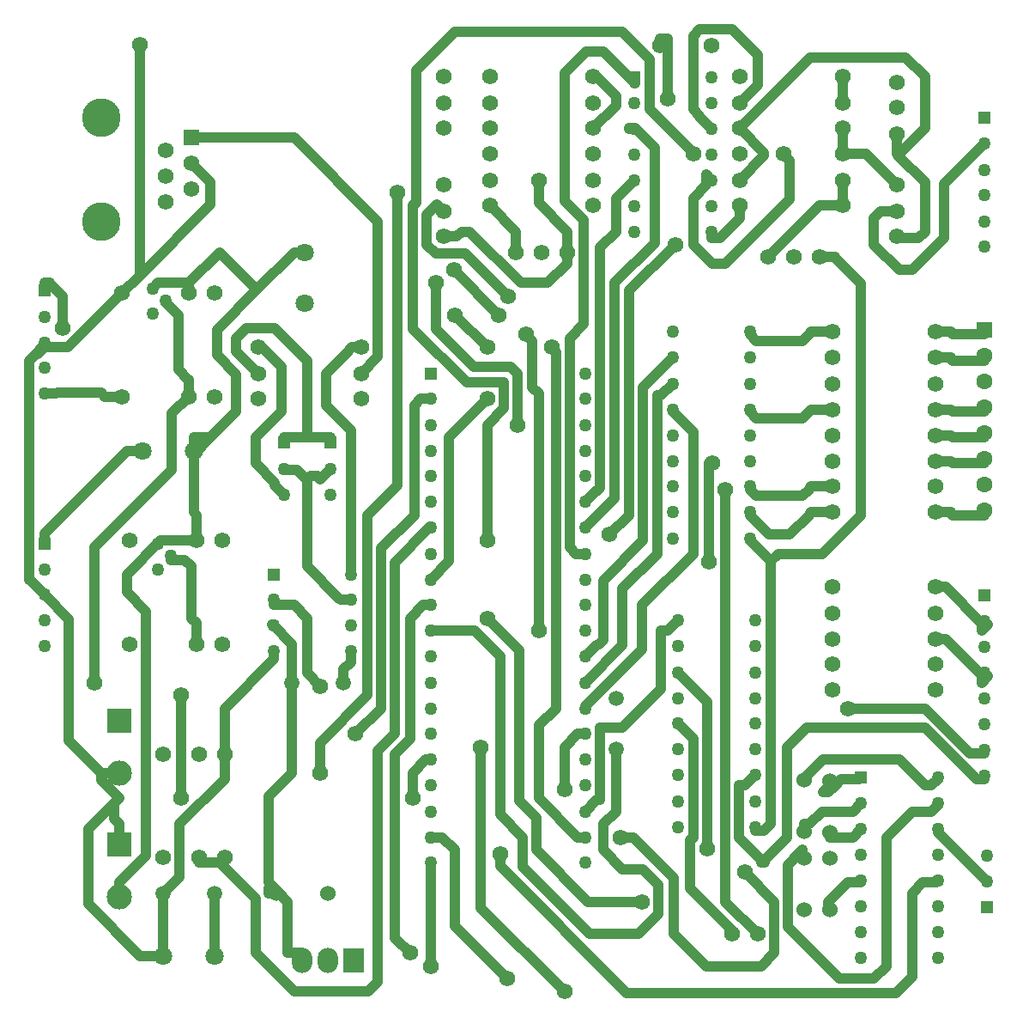
<source format=gbl>
%FSLAX23Y23*%
%MOIN*%
G70*
G01*
G75*
%ADD10C,0.040*%
%ADD11C,0.050*%
%ADD12C,0.060*%
%ADD13C,0.059*%
%ADD14R,0.050X0.050*%
%ADD15C,0.071*%
%ADD16C,0.150*%
%ADD17C,0.062*%
%ADD18R,0.062X0.062*%
%ADD19O,0.079X0.098*%
%ADD20R,0.079X0.098*%
%ADD21R,0.063X0.063*%
%ADD22C,0.063*%
%ADD23C,0.098*%
%ADD24R,0.098X0.098*%
D10*
X9085Y5787D02*
Y6028D01*
X9151Y6094D01*
Y6298D01*
X9325Y6471D01*
Y6747D02*
X9515Y6938D01*
Y6968D01*
X9785Y6847D02*
Y6898D01*
X9815Y6927D01*
Y6968D01*
X10725Y7448D02*
Y7448D01*
X10841Y7563D01*
Y8398D01*
X10995Y8552D01*
Y8922D01*
X10920Y8998D02*
X10995Y8922D01*
X10895Y8998D02*
X10920D01*
X10895Y8997D02*
Y8998D01*
Y8997D02*
X10915D01*
X9305Y6148D02*
X9325Y6168D01*
X9225Y6148D02*
X9305D01*
X9225D02*
Y6168D01*
X11725Y9097D02*
Y9198D01*
Y8898D02*
Y8998D01*
X11815Y8898D02*
X11935Y8778D01*
X11795Y8898D02*
X11815D01*
X11795Y8898D02*
Y8898D01*
X11725Y8898D02*
X11795D01*
X11435Y8498D02*
X11635Y8698D01*
X11645D01*
Y8698D02*
Y8698D01*
Y8698D02*
X11725D01*
Y8797D01*
X10355Y8698D02*
X10455Y8597D01*
Y8517D02*
Y8597D01*
X9285Y5787D02*
Y6028D01*
X9075Y7398D02*
X9215D01*
X8625Y7387D02*
Y7426D01*
X8945Y7747D01*
Y7747D01*
X9005D01*
X10125Y7048D02*
X10170D01*
Y7048D02*
X10295D01*
X10395Y6948D01*
Y6335D02*
Y6948D01*
Y6335D02*
X10483Y6247D01*
Y6133D02*
Y6247D01*
Y6133D02*
X10743Y5872D01*
X10934D01*
X11009Y5948D01*
Y6062D01*
X10948Y6122D02*
X11009Y6062D01*
X10870Y6122D02*
X10948D01*
X10795Y6198D02*
X10870Y6122D01*
X10795Y6198D02*
Y6298D01*
X10845Y6347D01*
Y6588D01*
X9510Y7073D02*
X9515D01*
X11935Y8898D02*
Y8977D01*
X12045Y8597D02*
Y8788D01*
X12020Y8573D02*
X12045Y8597D01*
X11935Y8573D02*
X12020D01*
X11935D02*
Y8578D01*
X8860Y7957D02*
X8925D01*
X8845Y7972D02*
X8860Y7957D01*
X8845Y7972D02*
Y7972D01*
X8675D02*
X8845D01*
X8670Y7968D02*
X8675Y7972D01*
X8625Y7968D02*
X8670D01*
X9855Y8047D02*
Y8047D01*
X9920Y8113D01*
Y8637D01*
X9595Y8962D02*
X9920Y8637D01*
X9195Y8962D02*
X9595D01*
X9735Y7778D02*
Y7798D01*
X9555Y7778D02*
Y7798D01*
X10150Y8703D02*
X10175Y8677D01*
X10110Y8663D02*
X10150Y8703D01*
X10110Y8547D02*
Y8663D01*
Y8547D02*
X10145Y8512D01*
X10260D01*
X10425Y8347D01*
X9305Y6148D02*
X9445Y6008D01*
Y5798D02*
Y6008D01*
Y5798D02*
X9595Y5648D01*
X9883D01*
X9920Y5685D01*
Y6582D01*
X9986Y6648D01*
Y7313D01*
X10120Y7448D01*
X10125D01*
Y7448D02*
Y7448D01*
X11604Y7608D02*
X11685D01*
X11595Y7598D02*
X11604Y7608D01*
X11595Y7597D02*
Y7598D01*
X11570Y7573D02*
X11595Y7597D01*
X11390Y7573D02*
X11570D01*
X11365Y7597D02*
X11390Y7573D01*
X11365Y7597D02*
Y7608D01*
X11604Y7907D02*
X11685D01*
X11595Y7898D02*
X11604Y7907D01*
X11595Y7898D02*
Y7898D01*
X11570Y7872D02*
X11595Y7898D01*
X11390Y7872D02*
X11570D01*
X11365Y7898D02*
X11390Y7872D01*
X11365Y7898D02*
Y7907D01*
X11604Y8208D02*
X11685D01*
X11595Y8198D02*
X11604Y8208D01*
X11595Y8198D02*
Y8198D01*
X11570Y8172D02*
X11595Y8198D01*
X11390Y8172D02*
X11570D01*
X11365Y8198D02*
X11390Y8172D01*
X11365Y8198D02*
Y8208D01*
X11795Y6378D02*
X11795Y6378D01*
X11765Y6347D02*
X11795Y6378D01*
X11645Y6347D02*
X11765D01*
X11595Y6298D02*
X11645Y6347D01*
X11575Y6298D02*
X11595D01*
X11575Y6268D02*
Y6298D01*
X12095Y6267D02*
X12285Y6077D01*
X12095Y6267D02*
Y6273D01*
X12095D01*
Y6278D01*
X11085Y6688D02*
X11145Y6628D01*
Y6247D02*
Y6628D01*
X11133Y6235D02*
X11145Y6247D01*
X11133Y6048D02*
Y6235D01*
Y6048D02*
X11295Y5885D01*
Y5874D02*
Y5885D01*
X9986Y5857D02*
X10045Y5798D01*
X9986Y5857D02*
Y6569D01*
X10045Y6628D01*
Y7097D01*
X10095Y7148D01*
X10125D01*
Y7148D02*
Y7148D01*
X12275Y6573D02*
Y6587D01*
X12220Y6573D02*
X12275D01*
X12045Y6747D02*
X12220Y6573D01*
X11745Y6747D02*
X12045D01*
X11345Y6448D02*
X11385Y6488D01*
X11345Y6448D02*
Y6448D01*
X11324D02*
X11345D01*
X11324Y6247D02*
Y6448D01*
X11411Y6148D02*
X11424D01*
X11511Y6247D02*
Y6597D01*
X11586Y6673D01*
X12045D01*
X12245Y6472D01*
X12275D01*
Y6487D01*
X11575Y6468D02*
X11575Y6468D01*
X11570Y6468D02*
X11575D01*
X11570D02*
Y6469D01*
X11649Y6548D01*
X11945D01*
X12045Y6448D01*
X12070D01*
X12095Y6472D01*
Y6478D01*
X10175Y8578D02*
X10225D01*
X10245Y8597D01*
Y8597D01*
X10276D01*
X10476Y8398D01*
X10580D01*
X10655Y8472D01*
X10545Y8708D02*
Y8797D01*
Y8708D02*
X10655Y8597D01*
X10755Y9198D02*
Y9198D01*
X10770D01*
X10845Y9123D01*
Y9087D02*
Y9123D01*
X10755Y8998D02*
X10845Y9087D01*
X10755Y8998D02*
Y8998D01*
X11325D02*
X11420Y8903D01*
Y8892D02*
Y8903D01*
X11325Y8797D02*
X11420Y8892D01*
X11325Y8998D02*
X11600Y9273D01*
X11970D01*
X12045Y9198D01*
Y8998D02*
Y9198D01*
X9455Y8148D02*
Y8148D01*
X9470D01*
X9545Y8073D01*
Y7898D02*
Y8073D01*
X9445Y7798D02*
X9545Y7898D01*
X9445Y7698D02*
Y7798D01*
Y7698D02*
X9520Y7622D01*
Y7613D02*
Y7622D01*
Y7613D02*
X9555Y7577D01*
X9515Y7148D02*
Y7168D01*
Y7148D02*
X9595D01*
X9645Y7097D01*
Y6885D02*
Y7097D01*
Y6885D02*
X9695Y6834D01*
X11215Y8797D02*
X11215Y8797D01*
X11195Y8818D02*
X11215Y8797D01*
X11195Y8778D02*
Y8818D01*
X11145Y8727D02*
X11195Y8778D01*
X11145Y8547D02*
Y8727D01*
Y8547D02*
X11220Y8472D01*
X11270D01*
X11520Y8722D01*
Y8873D01*
X11495Y8898D02*
X11520Y8873D01*
X11325Y9097D02*
Y9097D01*
X11395Y9167D01*
Y9281D01*
X11295Y9382D02*
X11395Y9281D01*
X11170Y9382D02*
X11295D01*
X11145Y9356D02*
X11170Y9382D01*
X11145Y9073D02*
Y9356D01*
Y9073D02*
X11170Y9047D01*
Y9043D02*
Y9047D01*
Y9043D02*
X11215Y8997D01*
X9045Y8377D02*
X9065Y8398D01*
X9185D01*
Y8358D02*
Y8398D01*
X9205Y7747D02*
Y7798D01*
X9370Y7898D02*
Y8042D01*
X9295Y8118D02*
X9370Y8042D01*
X9295Y8118D02*
Y8217D01*
X9595Y8517D02*
X9635D01*
X11795Y6478D02*
X11795Y6478D01*
X11790Y6472D02*
X11795Y6478D01*
X11720Y6472D02*
X11790D01*
X11650Y6423D02*
X11670D01*
X11650D02*
X11675Y6448D01*
Y6467D01*
X11795Y6278D02*
X11795Y6278D01*
X11765Y6247D02*
X11795Y6278D01*
X11675Y6247D02*
X11765D01*
X11675D02*
Y6267D01*
X8625Y8368D02*
Y8398D01*
X8695Y8222D02*
Y8347D01*
X12275Y7087D02*
X12290Y7073D01*
X12265Y7048D02*
X12290Y7073D01*
X12265Y7048D02*
Y7068D01*
X12270Y7073D01*
X12270D01*
X12125Y7218D02*
X12270Y7073D01*
X12085Y7218D02*
X12125D01*
X12275Y6887D02*
X12290Y6872D01*
X12265Y6847D02*
X12290Y6872D01*
X12265Y6847D02*
Y6867D01*
X12270Y6872D01*
X12270D01*
X12125Y7017D02*
X12270Y6872D01*
X12085Y7017D02*
X12125D01*
X10216Y8448D02*
X10389Y8274D01*
X11874Y8677D02*
X11935D01*
X11845Y8649D02*
X11874Y8677D01*
X11845Y8547D02*
Y8649D01*
Y8547D02*
X11945Y8448D01*
X11995D01*
X12120Y8573D01*
Y8783D01*
X12275Y8938D01*
X12275Y8217D02*
X12275Y8217D01*
Y8198D02*
Y8217D01*
X12154Y8198D02*
X12275D01*
X12145Y8207D02*
X12154Y8198D01*
X12145Y8207D02*
Y8208D01*
X12085D02*
X12145D01*
X12275Y8117D02*
X12275Y8117D01*
Y8097D02*
Y8117D01*
X12154Y8097D02*
X12275D01*
X12145Y8106D02*
X12154Y8097D01*
X12145Y8106D02*
Y8108D01*
X12085D02*
X12145D01*
X12275Y7917D02*
X12275Y7917D01*
Y7898D02*
Y7917D01*
X12154Y7898D02*
X12275D01*
X12145Y7906D02*
X12154Y7898D01*
X12145Y7906D02*
Y7907D01*
X12085D02*
X12145D01*
X12275Y7817D02*
X12275Y7817D01*
Y7798D02*
Y7817D01*
X12154Y7798D02*
X12275D01*
X12145Y7806D02*
X12154Y7798D01*
X12145Y7806D02*
Y7807D01*
X12085D02*
X12145D01*
X12275Y7717D02*
X12275Y7717D01*
Y7698D02*
Y7717D01*
X12154Y7698D02*
X12275D01*
X12145Y7707D02*
X12154Y7698D01*
X12145Y7707D02*
Y7707D01*
X12085D02*
X12145D01*
X12275Y7517D02*
X12275Y7517D01*
Y7497D02*
Y7517D01*
X12154Y7497D02*
X12275D01*
X12145Y7506D02*
X12154Y7497D01*
X12145Y7506D02*
Y7508D01*
X12085D02*
X12145D01*
X11604Y7508D02*
X11685D01*
X11595Y7498D02*
X11604Y7508D01*
X11595Y7497D02*
Y7498D01*
X11520Y7423D02*
X11595Y7497D01*
X11440Y7423D02*
X11520D01*
X11365Y7497D02*
X11440Y7423D01*
X11365Y7497D02*
Y7508D01*
X11675Y5967D02*
X11675Y5967D01*
X11670D02*
X11675D01*
X11670D02*
Y5997D01*
X11745Y6073D01*
X11795D01*
Y6078D01*
X10915Y9197D02*
X10915Y9197D01*
Y9172D02*
X10920D01*
X10730Y9297D02*
X10795D01*
X10645Y9212D02*
X10730Y9297D01*
X10645Y8715D02*
Y9212D01*
Y8715D02*
X10720Y8641D01*
Y8238D02*
Y8641D01*
X10666Y8184D02*
X10720Y8238D01*
X10666Y7372D02*
Y8184D01*
Y7372D02*
X10691Y7347D01*
X10725D01*
Y7347D02*
Y7347D01*
X10915Y8797D02*
X10915Y8797D01*
X10915Y8797D02*
Y8797D01*
X10915D02*
X10915D01*
X10845Y8727D02*
X10915Y8797D01*
X10845Y8597D02*
Y8727D01*
X10784Y8536D02*
X10845Y8597D01*
X10784Y7602D02*
Y8536D01*
X10770Y7589D02*
X10784Y7602D01*
X10770Y7589D02*
Y7593D01*
X10725Y7548D02*
X10770Y7593D01*
X10820Y7423D02*
X10895Y7497D01*
Y8368D01*
X11075Y8547D01*
X10345Y7398D02*
Y7847D01*
X10409Y7911D01*
Y8012D01*
X10266D02*
X10409D01*
X10057Y8220D02*
X10266Y8012D01*
X10057Y8220D02*
Y8698D01*
X10070Y8710D01*
Y9222D01*
X10220Y9373D01*
X10869D01*
X10975Y9267D01*
Y9073D02*
Y9267D01*
Y9073D02*
X11145Y8903D01*
Y8898D02*
Y8903D01*
X10145Y8219D02*
Y8398D01*
Y8219D02*
X10292Y8073D01*
X10437D01*
X10462Y8047D01*
Y7847D02*
Y8047D01*
X10220Y8273D02*
X10345Y8148D01*
X10220Y5902D02*
X10424Y5698D01*
X10220Y5902D02*
Y6198D01*
X10170Y6247D02*
X10220Y6198D01*
X10125Y6247D02*
X10170D01*
X10125Y6247D02*
Y6247D01*
X11271Y5997D02*
Y7597D01*
Y5997D02*
X11395Y5873D01*
X10125Y5747D02*
Y6148D01*
X10862Y6247D02*
X10912D01*
X11070Y6089D01*
Y5872D02*
Y6089D01*
Y5872D02*
X11195Y5747D01*
X11409D01*
X11459Y5798D01*
Y5997D01*
X11345Y6111D02*
X11459Y5997D01*
X11207Y7317D02*
Y7698D01*
X11220D01*
X10595Y8148D02*
X10612Y8130D01*
Y6747D02*
Y8130D01*
X10545Y6681D02*
X10612Y6747D01*
X10545Y6398D02*
Y6681D01*
Y6398D02*
X10695Y6247D01*
X10725D01*
Y6247D02*
Y6247D01*
X11065Y7898D02*
Y7907D01*
Y7898D02*
X11145Y7818D01*
Y7347D02*
Y7818D01*
X10945Y7148D02*
X11145Y7347D01*
X10945Y6977D02*
Y7148D01*
X10725Y6756D02*
X10945Y6977D01*
X10725Y6747D02*
Y6756D01*
X10951Y7994D02*
X11065Y8108D01*
X10951Y7398D02*
Y7994D01*
X10795Y7241D02*
X10951Y7398D01*
X10795Y7014D02*
Y7241D01*
X10779Y6997D02*
X10795Y7014D01*
X10779Y6997D02*
Y6997D01*
X10774Y6992D02*
X10779Y6997D01*
X10770Y6992D02*
X10774D01*
X10725Y6948D02*
X10770Y6992D01*
X10725Y6347D02*
X10770Y6392D01*
X10783D01*
Y6562D01*
X10782Y6562D02*
X10783Y6562D01*
X10782Y6562D02*
Y6597D01*
X10783Y6598D01*
Y6673D01*
X10870D01*
X11020Y6823D01*
Y7048D01*
X11045D01*
X11085Y7088D01*
X12095Y6078D02*
X12095Y6078D01*
X12090Y6073D02*
X12095Y6078D01*
X12037Y6073D02*
X12090D01*
X11995Y6030D02*
X12037Y6073D01*
X11995Y5706D02*
Y6030D01*
X11934Y5644D02*
X11995Y5706D01*
X10887Y5644D02*
X11934D01*
X10395Y6136D02*
X10887Y5644D01*
X10395Y6136D02*
Y6183D01*
X10645Y6433D02*
Y6597D01*
X10695Y6648D01*
X10725D01*
Y6648D02*
Y6648D01*
X10125Y7948D02*
Y7948D01*
X10087D02*
X10125D01*
X10062Y7923D02*
X10087Y7948D01*
X10062Y7497D02*
Y7923D01*
X9933Y7369D02*
X10062Y7497D01*
X9933Y6747D02*
Y7369D01*
X9833Y6648D02*
X9933Y6747D01*
X11015Y9347D02*
X11045D01*
X11015Y9318D02*
Y9347D01*
X11575Y6167D02*
X11575Y6167D01*
X11570D02*
X11575D01*
X11570D02*
Y6198D01*
X11512Y5898D02*
Y6140D01*
Y5898D02*
X11712Y5698D01*
X11845D01*
X11895Y5747D01*
Y6247D01*
X11995Y6347D01*
X12070D01*
X12095Y6372D01*
Y6378D01*
X8720Y6622D02*
Y7093D01*
Y6622D02*
X8845Y6497D01*
X8915D01*
X9215Y6997D02*
Y7078D01*
X9196Y7097D02*
X9215Y7078D01*
X9195Y7097D02*
X9196D01*
X9195D02*
Y7298D01*
X9170Y7323D02*
X9195Y7298D01*
X9115Y7323D02*
X9170D01*
X9115D02*
Y7338D01*
X10320Y5972D02*
Y6597D01*
Y5972D02*
X10645Y5648D01*
X11085Y6887D02*
X11201Y6772D01*
Y6203D02*
Y6772D01*
X10736Y5997D02*
X10945D01*
X10536Y6198D02*
X10736Y5997D01*
X10536Y6198D02*
Y6324D01*
X10470Y6390D02*
X10536Y6324D01*
X10470Y6390D02*
Y6972D01*
X10345Y7097D02*
X10470Y6972D01*
X10195Y7798D02*
X10345Y7948D01*
X10195Y7318D02*
Y7798D01*
X10125Y7247D02*
X10195Y7318D01*
X9819Y8148D02*
X9855D01*
X9795Y8123D02*
X9819Y8148D01*
X9795Y8123D02*
Y8123D01*
X9720Y8047D02*
X9795Y8123D01*
X9720Y7923D02*
Y8047D01*
Y7923D02*
X9815Y7827D01*
Y7267D02*
Y7827D01*
X9625Y5768D02*
Y5798D01*
X9570D02*
X9625D01*
X9570D02*
Y5997D01*
X9495Y6028D02*
X9525D01*
X9495Y6073D02*
Y6407D01*
X9585Y6497D01*
X11365Y7398D02*
Y7407D01*
Y7398D02*
X11445Y7318D01*
X11475Y7347D01*
X11645D01*
X11795Y7497D01*
Y8396D01*
X11695Y8497D02*
X11795Y8396D01*
X11695Y8497D02*
Y8498D01*
X11635D02*
X11695D01*
X11445Y6298D02*
Y7318D01*
X11420Y6273D02*
X11445Y6298D01*
X11385Y6273D02*
X11420D01*
X11385D02*
Y6287D01*
X9995Y7613D02*
Y8748D01*
X9880Y7497D02*
X9995Y7613D01*
X9880Y6798D02*
Y7497D01*
X9695Y6613D02*
X9880Y6798D01*
X9695Y6497D02*
Y6613D01*
X11215Y8597D02*
X11215Y8597D01*
X11215Y8573D02*
Y8597D01*
Y8573D02*
X11250D01*
X11325Y8648D01*
Y8698D01*
X9120Y7892D02*
X9185Y7957D01*
X9120Y7673D02*
Y7892D01*
X8820Y7372D02*
X9120Y7673D01*
X8820Y6847D02*
Y7372D01*
X9155Y6398D02*
Y6798D01*
X10056Y6398D02*
Y6497D01*
X10106Y6548D01*
X10125D01*
Y6548D02*
Y6548D01*
X9095Y8323D02*
Y8328D01*
Y8323D02*
X9145Y8273D01*
Y8061D02*
Y8273D01*
Y8061D02*
X9184Y8023D01*
X9185D01*
Y7957D02*
Y8023D01*
X9185Y8398D02*
X9305Y8517D01*
X9205Y7508D02*
Y7733D01*
Y7508D02*
X9215Y7497D01*
Y7398D02*
Y7497D01*
X8915Y6017D02*
Y6073D01*
X8915D02*
X9020Y6177D01*
Y7122D01*
X8945Y7198D02*
X9020Y7122D01*
X8945Y7198D02*
Y7267D01*
X9075Y7398D01*
X9370Y8132D02*
X9455Y8047D01*
X9370Y8132D02*
Y8182D01*
X9410Y8222D01*
X9520D01*
X9645Y8097D01*
X10725Y6847D02*
Y6847D01*
X10870Y6992D01*
Y7212D01*
X11006Y7347D01*
Y7963D01*
X11020D01*
X11065Y8007D01*
X10495Y8198D02*
X10520Y8172D01*
Y7992D02*
Y8172D01*
Y7992D02*
X10545Y7968D01*
Y7048D02*
Y7968D01*
X9270Y8703D02*
Y8788D01*
X9195Y8863D02*
X9270Y8788D01*
X8750Y8182D02*
Y8182D01*
X8716Y8148D02*
X8750Y8182D01*
X8567Y7245D02*
Y8097D01*
Y7245D02*
X8568D01*
X9695Y7637D02*
X9735Y7677D01*
X9695Y7637D02*
Y7637D01*
X9685Y7648D02*
X9695Y7637D01*
X9660Y7648D02*
X9685D01*
X9645Y7633D02*
X9660Y7648D01*
X9605Y7673D02*
X9645Y7633D01*
X9555Y7673D02*
X9605D01*
X9555D02*
Y7677D01*
X9645Y7298D02*
Y7633D01*
Y7298D02*
X9770Y7173D01*
Y7173D02*
Y7173D01*
Y7173D02*
X9775Y7168D01*
X9815D01*
X8915Y6218D02*
Y6298D01*
X8895Y6318D02*
X8915Y6298D01*
X8895Y6378D02*
X8914Y6398D01*
X8915D01*
X8845Y6468D02*
X8915Y6398D01*
X8845Y6468D02*
Y6497D01*
X8795Y5988D02*
Y6278D01*
Y5988D02*
X8995Y5787D01*
Y5787D02*
Y5787D01*
Y5787D02*
X9085D01*
X11417Y6154D02*
X11424Y6148D01*
X11324Y6247D02*
X11417Y6154D01*
X11411Y6148D02*
X11417Y6154D01*
X11511Y6247D01*
X9495Y6028D02*
Y6048D01*
X9515Y7068D02*
Y7073D01*
X9533Y6035D02*
X9570Y5997D01*
X9520Y6048D02*
X9533Y6035D01*
X9495Y6073D02*
X9520Y6048D01*
X9495D02*
X9520D01*
X9585Y6497D02*
Y6847D01*
Y6997D01*
X9515Y7068D02*
X9585Y6997D01*
X9510Y7073D02*
X9515Y7068D01*
X10655Y8472D02*
Y8517D01*
Y8597D01*
X11940Y8892D02*
X12045Y8788D01*
X11935Y8898D02*
X11940Y8892D01*
X12045Y8998D01*
X9205Y7733D02*
X9270Y7798D01*
X9370Y7898D01*
X9205Y7798D02*
X9270D01*
X9305Y8517D02*
X9450Y8373D01*
X9295Y8217D02*
X9450Y8373D01*
X9595Y8517D01*
X11670Y6423D02*
X11695Y6447D01*
X11720Y6472D01*
X8650Y8392D02*
X8695Y8347D01*
X8645Y8398D02*
X8650Y8392D01*
X8625Y8398D02*
X8645D01*
X9645Y7798D02*
Y8097D01*
X9555Y7798D02*
X9645D01*
X9735D01*
X10915Y9172D02*
Y9177D01*
Y9197D01*
Y9177D02*
X10920Y9172D01*
X10795Y9297D02*
X10915Y9177D01*
X8895Y6318D02*
Y6378D01*
Y6378D01*
X8795Y6278D02*
X8895Y6378D01*
X8915Y6398D01*
X9325Y6471D02*
Y6568D01*
Y6747D01*
X8625Y7188D02*
X8720Y7093D01*
X8568Y7245D02*
X8625Y7188D01*
X8592Y8123D02*
X8600D01*
X8567Y8097D02*
X8592Y8123D01*
X8617Y8148D01*
X8600Y8123D02*
X8625Y8148D01*
X8617D02*
X8625D01*
X8716D01*
X8625D02*
Y8167D01*
X8995Y8427D02*
Y9323D01*
X8750Y8182D02*
X8925Y8358D01*
X8995Y8427D01*
X9270Y8703D01*
X11512Y6140D02*
X11557Y6185D01*
X11570Y6198D01*
X11045Y9113D02*
Y9318D01*
Y9347D01*
D11*
X11065Y7807D02*
D03*
Y7907D02*
D03*
Y8007D02*
D03*
Y8208D02*
D03*
X11365D02*
D03*
Y8108D02*
D03*
Y8007D02*
D03*
Y7907D02*
D03*
Y7807D02*
D03*
X11065Y8108D02*
D03*
Y7407D02*
D03*
X11365D02*
D03*
Y7608D02*
D03*
Y7707D02*
D03*
Y7508D02*
D03*
X11065Y7608D02*
D03*
Y7508D02*
D03*
Y7707D02*
D03*
X8625Y8267D02*
D03*
Y8167D02*
D03*
Y8068D02*
D03*
Y7968D02*
D03*
X9735Y7677D02*
D03*
Y7577D02*
D03*
X12285Y6077D02*
D03*
Y6177D02*
D03*
X12275Y8538D02*
D03*
Y8637D02*
D03*
Y8738D02*
D03*
Y8837D02*
D03*
Y8938D02*
D03*
X8625Y7188D02*
D03*
Y6988D02*
D03*
Y7287D02*
D03*
Y7088D02*
D03*
X9555Y7577D02*
D03*
Y7677D02*
D03*
X10915Y9097D02*
D03*
X10915Y8997D02*
D03*
Y8897D02*
D03*
Y8797D02*
D03*
Y8697D02*
D03*
Y8597D02*
D03*
X11215D02*
D03*
Y8697D02*
D03*
Y8797D02*
D03*
Y8897D02*
D03*
Y8997D02*
D03*
Y9097D02*
D03*
Y9197D02*
D03*
X10725Y7347D02*
D03*
X10125D02*
D03*
X10725Y6347D02*
D03*
Y7548D02*
D03*
Y7448D02*
D03*
Y6747D02*
D03*
Y6847D02*
D03*
X10125Y7948D02*
D03*
X10725Y7648D02*
D03*
X10125Y6948D02*
D03*
X10725Y7148D02*
D03*
Y6948D02*
D03*
Y7048D02*
D03*
X10125Y7148D02*
D03*
X10725Y8047D02*
D03*
Y7948D02*
D03*
X10125Y6448D02*
D03*
Y6548D02*
D03*
X10725Y7847D02*
D03*
Y7747D02*
D03*
X10125Y7548D02*
D03*
Y7648D02*
D03*
Y7847D02*
D03*
Y7747D02*
D03*
Y7247D02*
D03*
Y6847D02*
D03*
Y6148D02*
D03*
X10725D02*
D03*
Y6247D02*
D03*
Y6448D02*
D03*
X10125Y6747D02*
D03*
Y6247D02*
D03*
X10725Y6648D02*
D03*
Y6548D02*
D03*
X10125Y7448D02*
D03*
Y7048D02*
D03*
X10725Y7247D02*
D03*
X11085Y6688D02*
D03*
Y6787D02*
D03*
Y6887D02*
D03*
Y7088D02*
D03*
X11385D02*
D03*
Y6988D02*
D03*
Y6887D02*
D03*
Y6787D02*
D03*
Y6688D02*
D03*
X11085Y6988D02*
D03*
Y6287D02*
D03*
X11385D02*
D03*
Y6387D02*
D03*
X11085D02*
D03*
X9815Y6968D02*
D03*
X9515Y7168D02*
D03*
X9815Y7068D02*
D03*
Y7168D02*
D03*
Y7267D02*
D03*
X9515Y6968D02*
D03*
Y7068D02*
D03*
X12095Y6478D02*
D03*
Y6278D02*
D03*
Y5978D02*
D03*
Y6178D02*
D03*
Y6078D02*
D03*
X11795Y5878D02*
D03*
X12095D02*
D03*
X11795Y5978D02*
D03*
Y6078D02*
D03*
Y6178D02*
D03*
Y6378D02*
D03*
Y6278D02*
D03*
X12095Y6378D02*
D03*
X11795Y5778D02*
D03*
X12095D02*
D03*
X9115Y7338D02*
D03*
X9065Y7387D02*
D03*
Y7287D02*
D03*
X9045Y8278D02*
D03*
Y8377D02*
D03*
X9095Y8328D02*
D03*
X10125Y6648D02*
D03*
X11085Y6588D02*
D03*
X10125Y6347D02*
D03*
X11085Y6488D02*
D03*
X11385D02*
D03*
Y6588D02*
D03*
X12275Y7087D02*
D03*
Y6987D02*
D03*
Y6887D02*
D03*
Y6787D02*
D03*
Y6687D02*
D03*
Y6487D02*
D03*
Y6587D02*
D03*
D12*
X9725Y6028D02*
D03*
X9525Y6028D02*
D03*
X11675Y5967D02*
D03*
X11675Y6167D02*
D03*
X11575Y5967D02*
D03*
X11575Y6167D02*
D03*
X11675Y6267D02*
D03*
X11675Y6467D02*
D03*
X11575Y6468D02*
D03*
X11575Y6268D02*
D03*
D13*
X10845Y6588D02*
D03*
Y6787D02*
D03*
X9785Y6847D02*
D03*
X9585D02*
D03*
X9085Y6028D02*
D03*
X9285D02*
D03*
D14*
X8625Y8368D02*
D03*
X9735Y7778D02*
D03*
X12285Y5977D02*
D03*
X12275Y9038D02*
D03*
X8625Y7387D02*
D03*
X9555Y7778D02*
D03*
X10915Y9197D02*
D03*
X10125Y8047D02*
D03*
X9515Y7267D02*
D03*
X11795Y6478D02*
D03*
X12275Y7187D02*
D03*
D15*
X9205Y7747D02*
D03*
X9005D02*
D03*
X9635Y8318D02*
D03*
Y8517D02*
D03*
X9285Y5787D02*
D03*
X9085D02*
D03*
D16*
X8845Y9038D02*
D03*
Y8637D02*
D03*
D17*
X9095Y8913D02*
D03*
X9195Y8762D02*
D03*
X9095Y8812D02*
D03*
X9195Y8863D02*
D03*
X9095Y8712D02*
D03*
X10755Y9097D02*
D03*
X10355Y9097D02*
D03*
Y8898D02*
D03*
X10755Y8898D02*
D03*
Y8698D02*
D03*
X10355Y8698D02*
D03*
X11725Y8698D02*
D03*
X11325Y8698D02*
D03*
Y8898D02*
D03*
X11725Y8898D02*
D03*
Y9097D02*
D03*
X11325Y9097D02*
D03*
X10355Y9198D02*
D03*
X10755Y9198D02*
D03*
Y8998D02*
D03*
X10355Y8998D02*
D03*
Y8797D02*
D03*
X10755Y8797D02*
D03*
X11325Y8797D02*
D03*
X11725Y8797D02*
D03*
Y8998D02*
D03*
X11325Y8998D02*
D03*
Y9198D02*
D03*
X11725Y9198D02*
D03*
X8955Y7398D02*
D03*
X8955Y6997D02*
D03*
X8925Y8358D02*
D03*
X8925Y7957D02*
D03*
X9455Y8148D02*
D03*
X9855Y8148D02*
D03*
Y7948D02*
D03*
X9455Y7948D02*
D03*
X9215Y7398D02*
D03*
X9215Y6997D02*
D03*
X9185Y7957D02*
D03*
X9185Y8358D02*
D03*
X9225Y6168D02*
D03*
X9225Y6568D02*
D03*
X9315Y6997D02*
D03*
X9315Y7398D02*
D03*
X9285Y8358D02*
D03*
X9285Y7957D02*
D03*
X9455Y8047D02*
D03*
X9855Y8047D02*
D03*
X11685Y7218D02*
D03*
X12085Y7218D02*
D03*
Y7117D02*
D03*
X11685Y7117D02*
D03*
Y7017D02*
D03*
X12085Y7017D02*
D03*
Y6918D02*
D03*
X11685Y6918D02*
D03*
Y6818D02*
D03*
X12085Y6818D02*
D03*
Y8208D02*
D03*
X11685Y8208D02*
D03*
Y8108D02*
D03*
X12085Y8108D02*
D03*
Y8007D02*
D03*
X11685Y8007D02*
D03*
Y7907D02*
D03*
X12085Y7907D02*
D03*
Y7807D02*
D03*
X11685Y7807D02*
D03*
Y7707D02*
D03*
X12085Y7707D02*
D03*
Y7608D02*
D03*
X11685Y7608D02*
D03*
X9325Y6568D02*
D03*
X9325Y6168D02*
D03*
X12085Y7508D02*
D03*
X11685Y7508D02*
D03*
X10455Y8517D02*
D03*
X10555D02*
D03*
X10655Y8517D02*
D03*
X11635Y8498D02*
D03*
X11535Y8498D02*
D03*
X11435D02*
D03*
X11935Y8778D02*
D03*
Y8677D02*
D03*
X11935Y8578D02*
D03*
Y8977D02*
D03*
X11935Y9078D02*
D03*
Y9177D02*
D03*
X9085Y6568D02*
D03*
X9085Y6168D02*
D03*
X11015Y9318D02*
D03*
X11215Y9318D02*
D03*
X10175Y9198D02*
D03*
Y9097D02*
D03*
X10175Y8998D02*
D03*
X10175Y8778D02*
D03*
Y8677D02*
D03*
X10175Y8578D02*
D03*
X10425Y8347D02*
D03*
X11295Y5874D02*
D03*
X10045Y5798D02*
D03*
X11745Y6747D02*
D03*
X10545Y8797D02*
D03*
X9695Y6834D02*
D03*
X11495Y8898D02*
D03*
X8695Y8222D02*
D03*
X10389Y8274D02*
D03*
X10216Y8448D02*
D03*
X10820Y7423D02*
D03*
X11075Y8547D02*
D03*
X10345Y7398D02*
D03*
X11145Y8898D02*
D03*
X10145Y8398D02*
D03*
X10462Y7847D02*
D03*
X10220Y8273D02*
D03*
X10345Y8148D02*
D03*
X10424Y5698D02*
D03*
X11271Y7597D02*
D03*
X11395Y5873D02*
D03*
X10125Y5747D02*
D03*
X10862Y6247D02*
D03*
X11345Y6111D02*
D03*
X11207Y7317D02*
D03*
X11220Y7698D02*
D03*
X10595Y8148D02*
D03*
X10395Y6183D02*
D03*
X10645Y6433D02*
D03*
X9833Y6648D02*
D03*
X11045Y9113D02*
D03*
X10320Y6597D02*
D03*
X10645Y5648D02*
D03*
X11201Y6203D02*
D03*
X10945Y5997D02*
D03*
X10345Y7097D02*
D03*
Y7948D02*
D03*
X9995Y8748D02*
D03*
X9695Y6497D02*
D03*
X8820Y6847D02*
D03*
X9155Y6798D02*
D03*
Y6398D02*
D03*
X10056D02*
D03*
X10495Y8198D02*
D03*
X10545Y7048D02*
D03*
X8995Y9323D02*
D03*
D18*
X9195Y8962D02*
D03*
D19*
X9625Y5768D02*
D03*
X9725D02*
D03*
D20*
X9825D02*
D03*
D21*
X12275Y8217D02*
D03*
D22*
Y8117D02*
D03*
Y8017D02*
D03*
Y7917D02*
D03*
Y7817D02*
D03*
Y7717D02*
D03*
Y7617D02*
D03*
Y7517D02*
D03*
D23*
X8915Y6497D02*
D03*
Y6017D02*
D03*
D24*
X8915Y6698D02*
D03*
Y6218D02*
D03*
M02*

</source>
